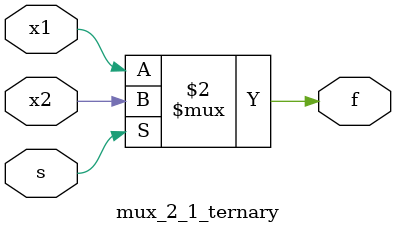
<source format=v>

module mux_2_1_ternary
(
input x1 ,
input x2 ,
input s,
output f
);
assign f = s ==1 ? x2 : x1;
endmodule
</source>
